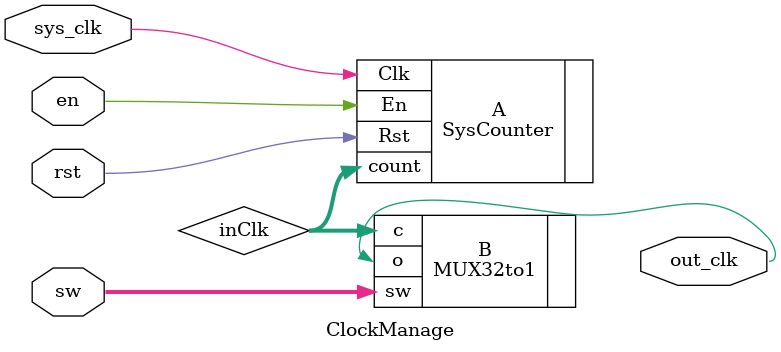
<source format=v>
`timescale 1ns / 1ps


module ClockManage(
    input sys_clk,rst,en,
    input [4:0]sw,
    output out_clk
    );
    wire [31:0]inClk;
    SysCounter A(.Clk(sys_clk),.Rst(rst),.En(en),.count(inClk));
    MUX32to1 B(.c(inClk),.sw(sw),.o(out_clk));
endmodule

</source>
